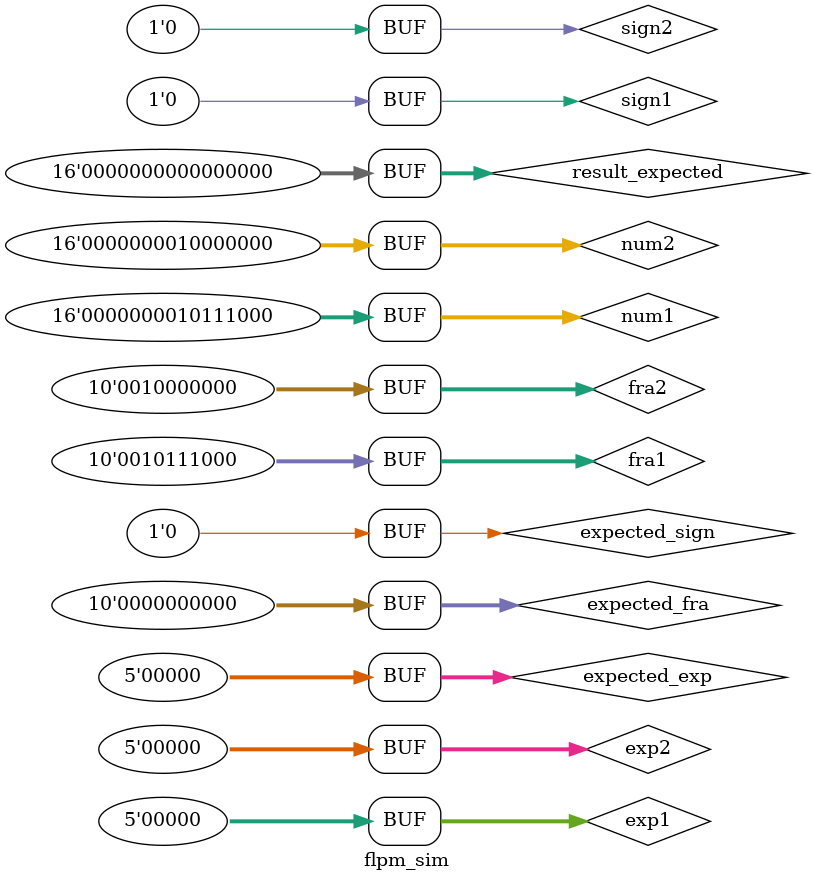
<source format=v>
/* ---------------------------------------------------- *
 * Title       : Floating Point Multiplier Simulation   *
 * Project     : Fixed Floating Point Adder Multiplier  *
 * ---------------------------------------------------- *
 * File        : float_multi_sim.v                      *
 * Author      : Yigit Suoglu                           *
 * Last Edit   : /01/2021                             *
 * ---------------------------------------------------- *
 * Description : Simulation for Floating Point          *
 *               Multiplier                             *
 * ---------------------------------------------------- */

`timescale 1ns / 1ps
// `include "Sources/adder-multiplier.v"

module flpm_sim();
  reg [9:0] fra1, fra2;
  reg sign1, sign2;
  reg [4:0] exp1, exp2;
  wire [15:0] result, num1, num2;
  wire overflow, zero, precisionLost;
  wire [9:0] res_fra, expected_fra;
  wire res_sign, nan, expected_sign;
  wire [4:0] res_exp, expected_exp;
  reg [15:0] result_expected;

  assign {res_sign, res_exp, res_fra} = result;
  assign num1 = {sign1, exp1, fra1};
  assign num2 = {sign2, exp2, fra2};

  float_multi uut(num1, num2, result, overflow, zero, nan, precisionLost);
  wire correct;

  assign correct = result == result_expected;
  assign {expected_sign,expected_exp,expected_fra} = result_expected;

  initial
    begin//Bug
      {sign1, exp1, fra1} = 16'h1234;
      {sign2, exp2, fra2} = 16'h9876;
      result_expected = 16'h801b;
      #100
      {sign1, exp1, fra1} = 16'h8216;
      {sign2, exp2, fra2} = 16'h20be;
      result_expected = 16'h8004;
      #100
      {sign1, exp1, fra1} = 16'h4489;
      {sign2, exp2, fra2} = 16'h001d;
      result_expected = 16'h0084;
      #100
      //Multipcation with precision lost
      sign1 = 0;
      sign2 = 0;
      exp1 = 21;
      exp2 = 4;
      fra1 = 10'b10100101;
      fra2 = 10'b11001100;
      result_expected = 16'h2992;
      #100
      //Multipcation without precision lost
      sign1 = 0;
      sign2 = 0;
      exp1 = 4;
      exp2 = 4;
      fra1 = 10'b10100000;
      fra2 = 10'b01100000;
      result_expected = 16'h5;
      #100
      //Multipcation without precision lost diffrent signs
      sign1 = 1;
      sign2 = 0;
      exp1 = 16;
      exp2 = 7;
      fra1 = 10'b10110000;
      fra2 = 10'b11000000;
      result_expected = 16'ha191;
      #100
      //Multipcation with Zero
      sign1 = 0;
      sign2 = 0;
      exp1 = 16;
      exp2 = 0;
      fra1 = 10'b10110000;
      fra2 = 10'b00000000;
      result_expected = 16'h0;
      #100
      //Multipcation with Infinite
      sign1 = 0;
      sign2 = 0;
      exp1 = 16;
      exp2 = 5'b11111;
      fra1 = 10'b10110000;
      fra2 = 10'b00000000;
      result_expected = 16'h7c00;
      #100
      //Overflow
      sign1 = 0;
      sign2 = 0;
      exp1 = 16;
      exp2 = 20;
      fra1 = 10'b10110000;
      fra2 = 10'b01011000;
      result_expected = 16'h5517;
      #100
      //Multipcation of 1 subnormal, 1 normal
      sign1 = 0;
      sign2 = 0;
      exp1 = 0;
      exp2 = 20;
      fra1 = 10'b11100000;
      fra2 = 10'b01100000;
      result_expected = 16'hfa8;
      #100
      //Multipcation of 2 subnormal
      sign1 = 0;
      sign2 = 0;
      exp1 = 0;
      exp2 = 0;
      fra1 = 10'b10111000;
      fra2 = 10'b10000000;
      result_expected = 16'h0;
    end
endmodule//module_name
</source>
